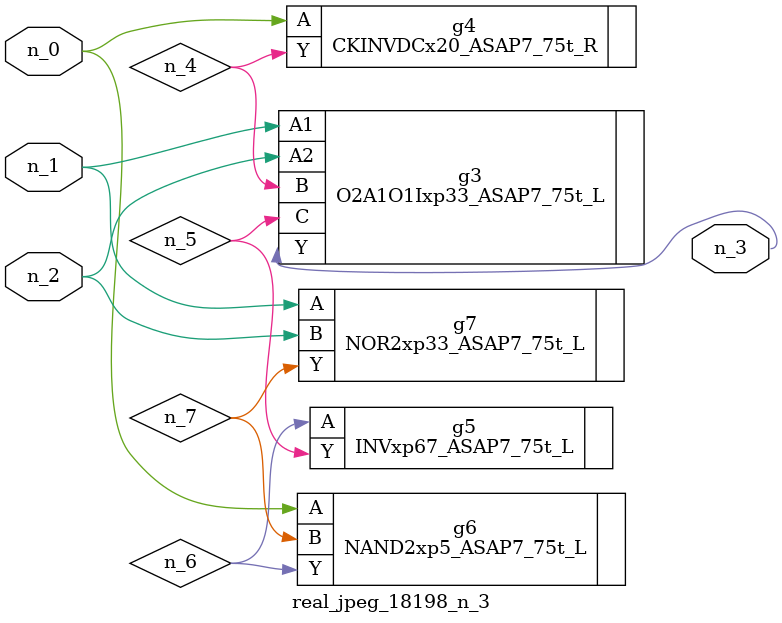
<source format=v>
module real_jpeg_18198_n_3 (n_1, n_0, n_2, n_3);

input n_1;
input n_0;
input n_2;

output n_3;

wire n_5;
wire n_4;
wire n_6;
wire n_7;

CKINVDCx20_ASAP7_75t_R g4 ( 
.A(n_0),
.Y(n_4)
);

NAND2xp5_ASAP7_75t_L g6 ( 
.A(n_0),
.B(n_7),
.Y(n_6)
);

O2A1O1Ixp33_ASAP7_75t_L g3 ( 
.A1(n_1),
.A2(n_2),
.B(n_4),
.C(n_5),
.Y(n_3)
);

NOR2xp33_ASAP7_75t_L g7 ( 
.A(n_1),
.B(n_2),
.Y(n_7)
);

INVxp67_ASAP7_75t_L g5 ( 
.A(n_6),
.Y(n_5)
);


endmodule
</source>
